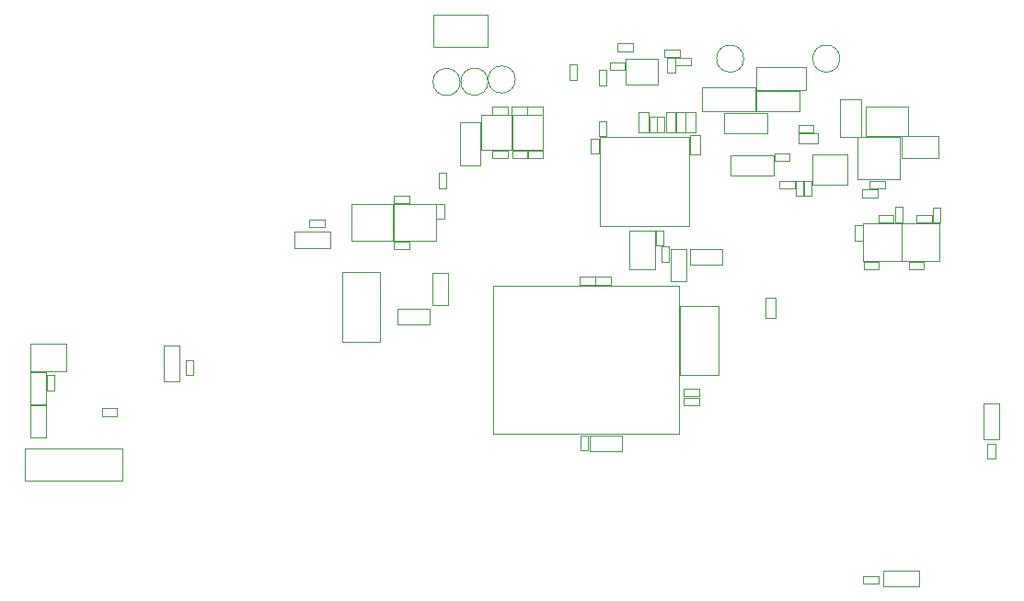
<source format=gbr>
G04 #@! TF.GenerationSoftware,KiCad,Pcbnew,7.0.6*
G04 #@! TF.CreationDate,2024-01-02T21:36:57-08:00*
G04 #@! TF.ProjectId,procon_gcc_main_pcb,70726f63-6f6e-45f6-9763-635f6d61696e,1*
G04 #@! TF.SameCoordinates,Original*
G04 #@! TF.FileFunction,Other,User*
%FSLAX46Y46*%
G04 Gerber Fmt 4.6, Leading zero omitted, Abs format (unit mm)*
G04 Created by KiCad (PCBNEW 7.0.6) date 2024-01-02 21:36:57*
%MOMM*%
%LPD*%
G01*
G04 APERTURE LIST*
%ADD10C,0.050000*%
G04 APERTURE END LIST*
D10*
X165990000Y-121440000D02*
X165990000Y-117960000D01*
X162510000Y-117960000D02*
X162510000Y-121440000D01*
X162510000Y-121440000D02*
X165990000Y-121440000D01*
X165990000Y-117960000D02*
X162510000Y-117960000D01*
X157500000Y-111625000D02*
X154300000Y-111625000D01*
X154300000Y-111625000D02*
X154300000Y-114425000D01*
X157500000Y-114425000D02*
X154300000Y-114425000D01*
X157500000Y-114425000D02*
X157500000Y-111625000D01*
X162440000Y-121440000D02*
X162440000Y-117960000D01*
X158960000Y-117960000D02*
X158960000Y-121440000D01*
X158960000Y-121440000D02*
X162440000Y-121440000D01*
X162440000Y-117960000D02*
X158960000Y-117960000D01*
X163875000Y-117900000D02*
X163875000Y-117200000D01*
X165275000Y-117200000D02*
X165275000Y-117900000D01*
X163875000Y-117200000D02*
X165275000Y-117200000D01*
X165275000Y-117900000D02*
X163875000Y-117900000D01*
X153437600Y-115476200D02*
X152737600Y-115476200D01*
X152737600Y-114076200D02*
X153437600Y-114076200D01*
X152737600Y-115476200D02*
X152737600Y-114076200D01*
X153437600Y-114076200D02*
X153437600Y-115476200D01*
X163150000Y-122225000D02*
X163150000Y-121525000D01*
X163150000Y-121525000D02*
X164550000Y-121525000D01*
X164550000Y-121525000D02*
X164550000Y-122225000D01*
X164550000Y-122225000D02*
X163150000Y-122225000D01*
X166030000Y-117900000D02*
X165330000Y-117900000D01*
X165330000Y-117900000D02*
X165330000Y-116500000D01*
X165330000Y-116500000D02*
X166030000Y-116500000D01*
X166030000Y-116500000D02*
X166030000Y-117900000D01*
X153512600Y-114076200D02*
X154212600Y-114076200D01*
X154212600Y-114076200D02*
X154212600Y-115476200D01*
X154212600Y-115476200D02*
X153512600Y-115476200D01*
X153512600Y-115476200D02*
X153512600Y-114076200D01*
X158975000Y-122225000D02*
X158975000Y-121525000D01*
X158975000Y-121525000D02*
X160375000Y-121525000D01*
X160375000Y-121525000D02*
X160375000Y-122225000D01*
X160375000Y-122225000D02*
X158975000Y-122225000D01*
X162600000Y-117890000D02*
X161900000Y-117890000D01*
X161900000Y-117890000D02*
X161900000Y-116490000D01*
X161900000Y-116490000D02*
X162600000Y-116490000D01*
X162600000Y-116490000D02*
X162600000Y-117890000D01*
X90300000Y-135725000D02*
X88900000Y-135725000D01*
X90300000Y-135025000D02*
X90300000Y-135725000D01*
X88900000Y-135725000D02*
X88900000Y-135025000D01*
X88900000Y-135025000D02*
X90300000Y-135025000D01*
X162450000Y-109970000D02*
X165850000Y-109970000D01*
X162450000Y-111930000D02*
X162450000Y-109970000D01*
X165850000Y-109970000D02*
X165850000Y-111930000D01*
X165850000Y-111930000D02*
X162450000Y-111930000D01*
X139961100Y-108163094D02*
X139961100Y-109563094D01*
X139261100Y-108163094D02*
X139961100Y-108163094D01*
X139961100Y-109563094D02*
X139261100Y-109563094D01*
X139261100Y-109563094D02*
X139261100Y-108163094D01*
X150100000Y-109700000D02*
X150100000Y-107800000D01*
X150100000Y-109700000D02*
X146100000Y-109700000D01*
X150100000Y-107800000D02*
X146100000Y-107800000D01*
X146100000Y-109700000D02*
X146100000Y-107800000D01*
X120748689Y-122553755D02*
X120748689Y-125513755D01*
X119288689Y-122553755D02*
X120748689Y-122553755D01*
X120748689Y-125513755D02*
X119288689Y-125513755D01*
X119288689Y-125513755D02*
X119288689Y-122553755D01*
X160325000Y-117200000D02*
X161725000Y-117200000D01*
X160325000Y-117900000D02*
X160325000Y-117200000D01*
X161725000Y-117200000D02*
X161725000Y-117900000D01*
X161725000Y-117900000D02*
X160325000Y-117900000D01*
X154786400Y-110623000D02*
X152966400Y-110623000D01*
X154786400Y-109703000D02*
X154786400Y-110623000D01*
X152966400Y-110623000D02*
X152966400Y-109703000D01*
X152966400Y-109703000D02*
X154786400Y-109703000D01*
X170389623Y-139668477D02*
X170389623Y-138268477D01*
X171089623Y-139668477D02*
X170389623Y-139668477D01*
X170389623Y-138268477D02*
X171089623Y-138268477D01*
X171089623Y-138268477D02*
X171089623Y-139668477D01*
X110975200Y-128859200D02*
X114475200Y-128859200D01*
X114475200Y-128859200D02*
X114475200Y-122499200D01*
X110975200Y-122499200D02*
X110975200Y-128859200D01*
X114475200Y-122499200D02*
X110975200Y-122499200D01*
X96047457Y-129230391D02*
X96047457Y-132530391D01*
X94587457Y-129230391D02*
X96047457Y-129230391D01*
X96047457Y-132530391D02*
X94587457Y-132530391D01*
X94587457Y-132530391D02*
X94587457Y-129230391D01*
X123796600Y-111206100D02*
X126596600Y-111206100D01*
X123796600Y-111206100D02*
X123796600Y-108006100D01*
X126596600Y-111206100D02*
X126596600Y-108006100D01*
X126596600Y-108006100D02*
X123796600Y-108006100D01*
X149948800Y-126710800D02*
X149948800Y-124850800D01*
X150888800Y-126710800D02*
X149948800Y-126710800D01*
X149948800Y-124850800D02*
X150888800Y-124850800D01*
X150888800Y-124850800D02*
X150888800Y-126710800D01*
X142427000Y-133233600D02*
X143827000Y-133233600D01*
X142427000Y-133933600D02*
X142427000Y-133233600D01*
X143827000Y-133233600D02*
X143827000Y-133933600D01*
X143827000Y-133933600D02*
X142427000Y-133933600D01*
X164100004Y-151428757D02*
X160800004Y-151428757D01*
X164100004Y-149968757D02*
X164100004Y-151428757D01*
X160800004Y-151428757D02*
X160800004Y-149968757D01*
X160800004Y-149968757D02*
X164100004Y-149968757D01*
X128040800Y-111962700D02*
X126640800Y-111962700D01*
X128040800Y-111262700D02*
X128040800Y-111962700D01*
X126640800Y-111962700D02*
X126640800Y-111262700D01*
X126640800Y-111262700D02*
X128040800Y-111262700D01*
X134600900Y-105264294D02*
X134600900Y-103864294D01*
X135300900Y-105264294D02*
X134600900Y-105264294D01*
X134600900Y-103864294D02*
X135300900Y-103864294D01*
X135300900Y-103864294D02*
X135300900Y-105264294D01*
X134665700Y-109988094D02*
X134665700Y-118228094D01*
X134665700Y-118228094D02*
X142905700Y-118228094D01*
X142905700Y-109988094D02*
X134665700Y-109988094D01*
X142905700Y-118228094D02*
X142905700Y-109988094D01*
X147950000Y-102800000D02*
G75*
G03*
X147950000Y-102800000I-1250000J0D01*
G01*
X124894200Y-137398800D02*
X141994200Y-137398800D01*
X141994200Y-137398800D02*
X141994200Y-123698800D01*
X124894200Y-123698800D02*
X124894200Y-137398800D01*
X141994200Y-123698800D02*
X124894200Y-123698800D01*
X141691100Y-109567294D02*
X141691100Y-107747294D01*
X142611100Y-109567294D02*
X141691100Y-109567294D01*
X141691100Y-107747294D02*
X142611100Y-107747294D01*
X142611100Y-107747294D02*
X142611100Y-109567294D01*
X124826800Y-111262700D02*
X126226800Y-111262700D01*
X124826800Y-111962700D02*
X124826800Y-111262700D01*
X126226800Y-111262700D02*
X126226800Y-111962700D01*
X126226800Y-111962700D02*
X124826800Y-111962700D01*
X146691600Y-111699000D02*
X146691600Y-113599000D01*
X146691600Y-111699000D02*
X150691600Y-111699000D01*
X146691600Y-113599000D02*
X150691600Y-113599000D01*
X150691600Y-111699000D02*
X150691600Y-113599000D01*
X149001838Y-107661120D02*
X144101838Y-107661120D01*
X149001838Y-105421120D02*
X149001838Y-107661120D01*
X144101838Y-107661120D02*
X144101838Y-105421120D01*
X144101838Y-105421120D02*
X149001838Y-105421120D01*
X153087120Y-107659987D02*
X153087120Y-105759987D01*
X153087120Y-107659987D02*
X149087120Y-107659987D01*
X153087120Y-105759987D02*
X149087120Y-105759987D01*
X149087120Y-107659987D02*
X149087120Y-105759987D01*
X133901700Y-111544294D02*
X133901700Y-110144294D01*
X134601700Y-111544294D02*
X133901700Y-111544294D01*
X133901700Y-110144294D02*
X134601700Y-110144294D01*
X134601700Y-110144294D02*
X134601700Y-111544294D01*
X124414600Y-104927400D02*
G75*
G03*
X124414600Y-104927400I-1250000J0D01*
G01*
X141624800Y-102728800D02*
X141624800Y-104128800D01*
X140924800Y-102728800D02*
X141624800Y-102728800D01*
X141624800Y-104128800D02*
X140924800Y-104128800D01*
X140924800Y-104128800D02*
X140924800Y-102728800D01*
X124801400Y-107249500D02*
X126201400Y-107249500D01*
X124801400Y-107949500D02*
X124801400Y-107249500D01*
X126201400Y-107249500D02*
X126201400Y-107949500D01*
X126201400Y-107949500D02*
X124801400Y-107949500D01*
X143827000Y-134746400D02*
X142427000Y-134746400D01*
X143827000Y-134046400D02*
X143827000Y-134746400D01*
X142427000Y-134746400D02*
X142427000Y-134046400D01*
X142427000Y-134046400D02*
X143827000Y-134046400D01*
X158900000Y-118175000D02*
X158900000Y-119575000D01*
X158200000Y-118175000D02*
X158900000Y-118175000D01*
X158900000Y-119575000D02*
X158200000Y-119575000D01*
X158200000Y-119575000D02*
X158200000Y-118175000D01*
X115763023Y-119631101D02*
X117163023Y-119631101D01*
X115763023Y-120331101D02*
X115763023Y-119631101D01*
X117163023Y-119631101D02*
X117163023Y-120331101D01*
X117163023Y-120331101D02*
X115763023Y-120331101D01*
X162350000Y-110050000D02*
X158450000Y-110050000D01*
X162350000Y-110050000D02*
X162350000Y-113950000D01*
X158450000Y-110050000D02*
X158450000Y-113950000D01*
X162350000Y-113950000D02*
X158450000Y-113950000D01*
X119019100Y-127277002D02*
X116059100Y-127277002D01*
X119019100Y-125817002D02*
X119019100Y-127277002D01*
X116059100Y-127277002D02*
X116059100Y-125817002D01*
X116059100Y-125817002D02*
X119019100Y-125817002D01*
X140672300Y-108163094D02*
X140672300Y-109563094D01*
X139972300Y-108163094D02*
X140672300Y-108163094D01*
X140672300Y-109563094D02*
X139972300Y-109563094D01*
X139972300Y-109563094D02*
X139972300Y-108163094D01*
X106631309Y-118767056D02*
X109931309Y-118767056D01*
X106631309Y-120227056D02*
X106631309Y-118767056D01*
X109931309Y-118767056D02*
X109931309Y-120227056D01*
X109931309Y-120227056D02*
X106631309Y-120227056D01*
X141692400Y-102723200D02*
X143092400Y-102723200D01*
X141692400Y-103423200D02*
X141692400Y-102723200D01*
X143092400Y-102723200D02*
X143092400Y-103423200D01*
X143092400Y-103423200D02*
X141692400Y-103423200D01*
X153694334Y-105684540D02*
X149094334Y-105684540D01*
X153694334Y-103584540D02*
X153694334Y-105684540D01*
X149094334Y-105684540D02*
X149094334Y-103584540D01*
X149094334Y-103584540D02*
X153694334Y-103584540D01*
X115762223Y-116172901D02*
X115762223Y-119572901D01*
X115762223Y-119572901D02*
X119602223Y-119572901D01*
X119602223Y-116172901D02*
X115762223Y-116172901D01*
X119602223Y-119572901D02*
X119602223Y-116172901D01*
X82271600Y-129102800D02*
X82271600Y-131602800D01*
X82271600Y-129102800D02*
X85571600Y-129102800D01*
X85571600Y-131602800D02*
X82271600Y-131602800D01*
X85571600Y-131602800D02*
X85571600Y-129102800D01*
X142668323Y-120333129D02*
X142668323Y-123293129D01*
X141208323Y-120333129D02*
X142668323Y-120333129D01*
X142668323Y-123293129D02*
X141208323Y-123293129D01*
X141208323Y-123293129D02*
X141208323Y-120333129D01*
X81774400Y-141682600D02*
X90774400Y-141682600D01*
X90774400Y-141682600D02*
X90774400Y-138682600D01*
X81774400Y-138682600D02*
X81774400Y-141682600D01*
X90774400Y-138682600D02*
X81774400Y-138682600D01*
X136358400Y-101402400D02*
X137758400Y-101402400D01*
X136358400Y-102102400D02*
X136358400Y-101402400D01*
X137758400Y-101402400D02*
X137758400Y-102102400D01*
X137758400Y-102102400D02*
X136358400Y-102102400D01*
X134625600Y-109944094D02*
X134625600Y-108544094D01*
X135325600Y-109944094D02*
X134625600Y-109944094D01*
X134625600Y-108544094D02*
X135325600Y-108544094D01*
X135325600Y-108544094D02*
X135325600Y-109944094D01*
X115752423Y-115414701D02*
X117152423Y-115414701D01*
X115752423Y-116114701D02*
X115752423Y-115414701D01*
X117152423Y-115414701D02*
X117152423Y-116114701D01*
X117152423Y-116114701D02*
X115752423Y-116114701D01*
X139795100Y-118686494D02*
X139795100Y-122186494D01*
X137395100Y-118686494D02*
X139795100Y-118686494D01*
X139795100Y-122186494D02*
X137395100Y-122186494D01*
X137395100Y-122186494D02*
X137395100Y-118686494D01*
X143011900Y-111627294D02*
X143011900Y-109807294D01*
X143931900Y-111627294D02*
X143011900Y-111627294D01*
X143011900Y-109807294D02*
X143931900Y-109807294D01*
X143931900Y-109807294D02*
X143931900Y-111627294D01*
X137021800Y-103855000D02*
X135621800Y-103855000D01*
X137021800Y-103155000D02*
X137021800Y-103855000D01*
X135621800Y-103855000D02*
X135621800Y-103155000D01*
X135621800Y-103155000D02*
X137021800Y-103155000D01*
X133749600Y-137496800D02*
X136709600Y-137496800D01*
X133749600Y-138956800D02*
X133749600Y-137496800D01*
X136709600Y-137496800D02*
X136709600Y-138956800D01*
X136709600Y-138956800D02*
X133749600Y-138956800D01*
X171468456Y-134564581D02*
X171468456Y-137864581D01*
X170008456Y-134564581D02*
X171468456Y-134564581D01*
X171468456Y-137864581D02*
X170008456Y-137864581D01*
X170008456Y-137864581D02*
X170008456Y-134564581D01*
X84525600Y-131949400D02*
X84525600Y-133349400D01*
X83825600Y-131949400D02*
X84525600Y-131949400D01*
X84525600Y-133349400D02*
X83825600Y-133349400D01*
X83825600Y-133349400D02*
X83825600Y-131949400D01*
X126641400Y-111206100D02*
X129441400Y-111206100D01*
X126641400Y-111206100D02*
X126641400Y-108006100D01*
X129441400Y-111206100D02*
X129441400Y-108006100D01*
X129441400Y-108006100D02*
X126641400Y-108006100D01*
X158945629Y-150497756D02*
X160345629Y-150497756D01*
X158945629Y-151197756D02*
X158945629Y-150497756D01*
X160345629Y-150497756D02*
X160345629Y-151197756D01*
X160345629Y-151197756D02*
X158945629Y-151197756D01*
X115690623Y-119572901D02*
X115690623Y-116172901D01*
X115690623Y-116172901D02*
X111850623Y-116172901D01*
X111850623Y-119572901D02*
X115690623Y-119572901D01*
X111850623Y-116172901D02*
X111850623Y-119572901D01*
X134253200Y-123616200D02*
X132853200Y-123616200D01*
X134253200Y-122916200D02*
X134253200Y-123616200D01*
X132853200Y-123616200D02*
X132853200Y-122916200D01*
X132853200Y-122916200D02*
X134253200Y-122916200D01*
X107985401Y-117627059D02*
X109385401Y-117627059D01*
X107985401Y-118327059D02*
X107985401Y-117627059D01*
X109385401Y-117627059D02*
X109385401Y-118327059D01*
X109385401Y-118327059D02*
X107985401Y-118327059D01*
X142973194Y-120330800D02*
X145933194Y-120330800D01*
X142973194Y-121790800D02*
X142973194Y-120330800D01*
X145933194Y-120330800D02*
X145933194Y-121790800D01*
X145933194Y-121790800D02*
X142973194Y-121790800D01*
X143525500Y-107747294D02*
X143525500Y-109567294D01*
X142605500Y-107747294D02*
X143525500Y-107747294D01*
X143525500Y-109567294D02*
X142605500Y-109567294D01*
X142605500Y-109567294D02*
X142605500Y-107747294D01*
X152973200Y-108924000D02*
X154373200Y-108924000D01*
X152973200Y-109624000D02*
X152973200Y-108924000D01*
X154373200Y-108924000D02*
X154373200Y-109624000D01*
X154373200Y-109624000D02*
X152973200Y-109624000D01*
X140353300Y-121501094D02*
X140353300Y-120101094D01*
X141053300Y-121501094D02*
X140353300Y-121501094D01*
X140353300Y-120101094D02*
X141053300Y-120101094D01*
X141053300Y-120101094D02*
X141053300Y-121501094D01*
X120575902Y-113356302D02*
X120575902Y-114756302D01*
X119875902Y-113356302D02*
X120575902Y-113356302D01*
X120575902Y-114756302D02*
X119875902Y-114756302D01*
X119875902Y-114756302D02*
X119875902Y-113356302D01*
X139207500Y-107749894D02*
X139207500Y-109569894D01*
X138287500Y-107749894D02*
X139207500Y-107749894D01*
X139207500Y-109569894D02*
X138287500Y-109569894D01*
X138287500Y-109569894D02*
X138287500Y-107749894D01*
X124420000Y-98728400D02*
X119420000Y-98728400D01*
X119420000Y-98728400D02*
X119420000Y-101728400D01*
X124420000Y-101728400D02*
X124420000Y-98728400D01*
X119420000Y-101728400D02*
X124420000Y-101728400D01*
X121849200Y-104952800D02*
G75*
G03*
X121849200Y-104952800I-1250000J0D01*
G01*
X141696700Y-107749894D02*
X141696700Y-109569894D01*
X140776700Y-107749894D02*
X141696700Y-107749894D01*
X141696700Y-109569894D02*
X140776700Y-109569894D01*
X140776700Y-109569894D02*
X140776700Y-107749894D01*
X156795200Y-102799400D02*
G75*
G03*
X156795200Y-102799400I-1250000J0D01*
G01*
X126929200Y-104724200D02*
G75*
G03*
X126929200Y-104724200I-1250000J0D01*
G01*
X83737200Y-131666800D02*
X83737200Y-134626800D01*
X82277200Y-131666800D02*
X83737200Y-131666800D01*
X83737200Y-134626800D02*
X82277200Y-134626800D01*
X82277200Y-134626800D02*
X82277200Y-131666800D01*
X128004800Y-107949500D02*
X126604800Y-107949500D01*
X128004800Y-107249500D02*
X128004800Y-107949500D01*
X126604800Y-107949500D02*
X126604800Y-107249500D01*
X126604800Y-107249500D02*
X128004800Y-107249500D01*
X137107000Y-105213000D02*
X140007000Y-105213000D01*
X140007000Y-105213000D02*
X140007000Y-102813000D01*
X137107000Y-102813000D02*
X137107000Y-105213000D01*
X140007000Y-102813000D02*
X137107000Y-102813000D01*
X142090200Y-131983400D02*
X145590200Y-131983400D01*
X145590200Y-131983400D02*
X145590200Y-125623400D01*
X142090200Y-125623400D02*
X142090200Y-131983400D01*
X145590200Y-125623400D02*
X142090200Y-125623400D01*
X128052600Y-107249500D02*
X129452600Y-107249500D01*
X128052600Y-107949500D02*
X128052600Y-107249500D01*
X129452600Y-107249500D02*
X129452600Y-107949500D01*
X129452600Y-107949500D02*
X128052600Y-107949500D01*
X139870700Y-120044294D02*
X139870700Y-118644294D01*
X140570700Y-120044294D02*
X139870700Y-120044294D01*
X139870700Y-118644294D02*
X140570700Y-118644294D01*
X140570700Y-118644294D02*
X140570700Y-120044294D01*
X97283652Y-130552363D02*
X97283652Y-131952363D01*
X96583652Y-130552363D02*
X97283652Y-130552363D01*
X97283652Y-131952363D02*
X96583652Y-131952363D01*
X96583652Y-131952363D02*
X96583652Y-130552363D01*
X132898400Y-138901400D02*
X132898400Y-137501400D01*
X133598400Y-138901400D02*
X132898400Y-138901400D01*
X132898400Y-137501400D02*
X133598400Y-137501400D01*
X133598400Y-137501400D02*
X133598400Y-138901400D01*
X128063200Y-111262700D02*
X129463200Y-111262700D01*
X128063200Y-111962700D02*
X128063200Y-111262700D01*
X129463200Y-111262700D02*
X129463200Y-111962700D01*
X129463200Y-111962700D02*
X128063200Y-111962700D01*
X150763400Y-111514800D02*
X152163400Y-111514800D01*
X150763400Y-112214800D02*
X150763400Y-111514800D01*
X152163400Y-111514800D02*
X152163400Y-112214800D01*
X152163400Y-112214800D02*
X150763400Y-112214800D01*
X159150000Y-107200000D02*
X163050000Y-107200000D01*
X159150000Y-109900000D02*
X159150000Y-107200000D01*
X163050000Y-107200000D02*
X163050000Y-109900000D01*
X163050000Y-109900000D02*
X159150000Y-109900000D01*
X132607800Y-103338400D02*
X132607800Y-104738400D01*
X131907800Y-103338400D02*
X132607800Y-103338400D01*
X132607800Y-104738400D02*
X131907800Y-104738400D01*
X131907800Y-104738400D02*
X131907800Y-103338400D01*
X160918077Y-114752950D02*
X159518077Y-114752950D01*
X160918077Y-114052950D02*
X160918077Y-114752950D01*
X159518077Y-114752950D02*
X159518077Y-114052950D01*
X159518077Y-114052950D02*
X160918077Y-114052950D01*
X123708200Y-108642400D02*
X121808200Y-108642400D01*
X123708200Y-108642400D02*
X123708200Y-112642400D01*
X121808200Y-108642400D02*
X121808200Y-112642400D01*
X123708200Y-112642400D02*
X121808200Y-112642400D01*
X82277200Y-137662600D02*
X82277200Y-134702600D01*
X83737200Y-137662600D02*
X82277200Y-137662600D01*
X82277200Y-134702600D02*
X83737200Y-134702600D01*
X83737200Y-134702600D02*
X83737200Y-137662600D01*
X158878348Y-114864226D02*
X160278348Y-114864226D01*
X158878348Y-115564226D02*
X158878348Y-114864226D01*
X160278348Y-114864226D02*
X160278348Y-115564226D01*
X160278348Y-115564226D02*
X158878348Y-115564226D01*
X152650000Y-114775000D02*
X151250000Y-114775000D01*
X152650000Y-114075000D02*
X152650000Y-114775000D01*
X151250000Y-114775000D02*
X151250000Y-114075000D01*
X151250000Y-114075000D02*
X152650000Y-114075000D01*
X158762026Y-106574670D02*
X158762026Y-109974670D01*
X156802026Y-106574670D02*
X158762026Y-106574670D01*
X158762026Y-109974670D02*
X156802026Y-109974670D01*
X156802026Y-109974670D02*
X156802026Y-106574670D01*
X140676400Y-101961200D02*
X142076400Y-101961200D01*
X140676400Y-102661200D02*
X140676400Y-101961200D01*
X142076400Y-101961200D02*
X142076400Y-102661200D01*
X142076400Y-102661200D02*
X140676400Y-102661200D01*
X120369023Y-116182301D02*
X120369023Y-117582301D01*
X119669023Y-116182301D02*
X120369023Y-116182301D01*
X120369023Y-117582301D02*
X119669023Y-117582301D01*
X119669023Y-117582301D02*
X119669023Y-116182301D01*
X135726400Y-123616200D02*
X134326400Y-123616200D01*
X135726400Y-122916200D02*
X135726400Y-123616200D01*
X134326400Y-123616200D02*
X134326400Y-122916200D01*
X134326400Y-122916200D02*
X135726400Y-122916200D01*
M02*

</source>
